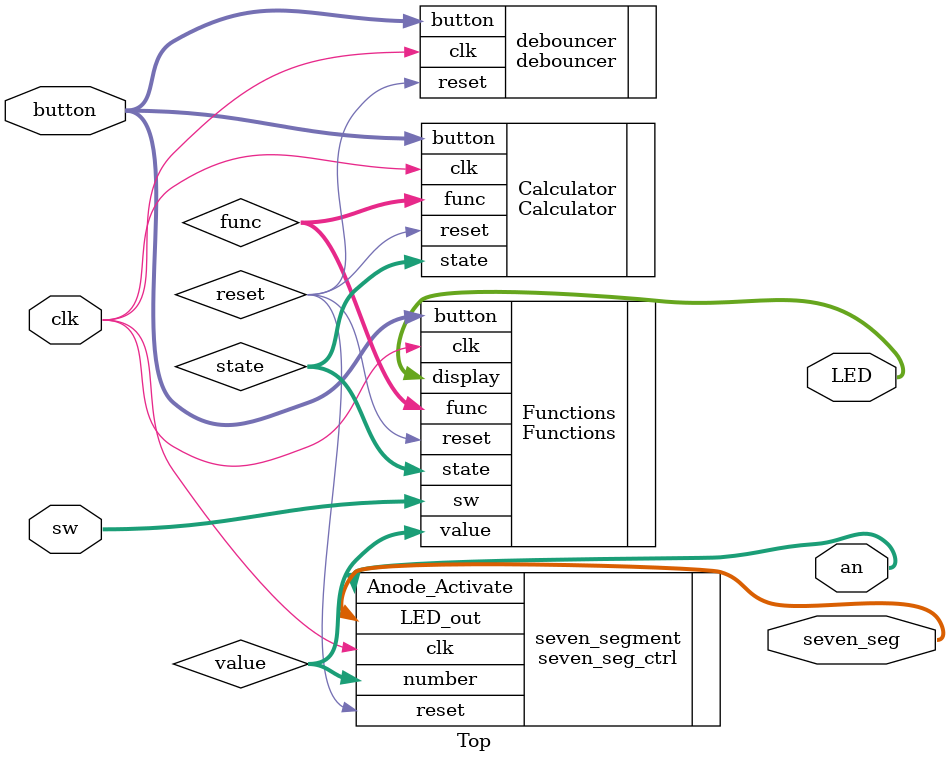
<source format=v>
`timescale 1ns / 1ps

module Top(
    input clk,
    input [2:0] button,
    input [15:0] sw,
`ifdef SIM
    output [32:0] board_display,
`endif
    output [3:0] an,
    output [6:0] seven_seg,
    output [15:0] LED    
    );
    
    wire reset; 
    wire [3:0] func;
    wire [3:0] state;
    wire [15:0] value;
    
    parameter input_A = 4'b0001,
              input_B = 4'b0010,
              answer = 4'b0100,
              last_value = 4'b1000,
              addition = 3'b001,
              subtract = 3'b010,
              equal = 3'b100;
    
    
`ifdef SIM parameter threshold = 32'd100;
`else parameter threshold = 32'd100_000_000;
`endif
`ifdef SIM assign board_display = {value, LED};
`endif

    debouncer #(
        .threshold(threshold)) debouncer( .clk(clk), .button(button), .reset(reset));

    Calculator #(
        .input_A(input_A), .input_B(input_B), .answer(answer), .last_value(last_value),
        .addition(addition), .subtract(subtract), .equal(equal))
    Calculator( .clk(clk), .reset(reset), .button(button), .func(func), .state(state));

    Functions #(
        .input_A(input_A), .input_B(input_B), .answer(answer), .last_value(last_value),
        .addition(addition), .subtract(subtract), .equal(equal))       
    Functions( .clk(clk), .reset(reset), .sw(sw), .state(state), .button(button), .func(func), .value(value), .display(LED));
    
    seven_seg_ctrl seven_segment( .clk(clk), .reset(reset), .number(value), .LED_out(seven_seg), .Anode_Activate(an));
    
endmodule

</source>
